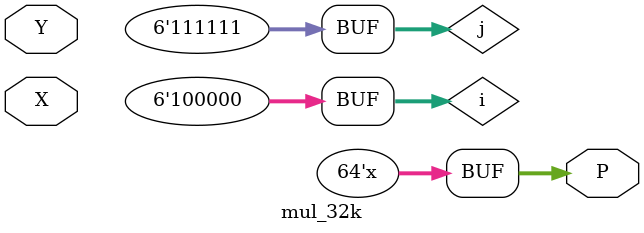
<source format=v>
`timescale 1ns / 1ps


module mul_32k(
  input [31:0] X, Y,
  output reg [63:0] P       // output variable for assignment
);
  //add your code here  
 reg [63:0] row_sum [0:31];
 reg  cout [0:31];
 reg [5:0] i;
 reg signed [5:0] j;
always @ (*) begin
  for (i = 0; i < 32; i = i + 1) begin row_sum[i] = 0; cout[i] = 0; end
  for (i = 0; i < 32; i = i + 1) begin
      for (j = 31; j >= 0; j = j - 1) begin
        if (j > 0) begin
          row_sum[i] = ((row_sum[i] + ((X[j] & Y[i]) | (X[j] & cout[j]) | Y[i] & cout[j])) << 1);  
          cout[j] = ((X[j] & Y[i]) | (X[j] & cout[j]) | (Y[i] & cout[j]));
           end
        else begin
          row_sum[i] = ((row_sum[i] + (X[j] & Y[i])) << j);  
          cout[0] = (X[j] & Y[i]); end
      end
   end
   for(i = 0; i < 32; i = i + 1) begin
      P = P + row_sum[i];
   end 
end
endmodule


</source>
